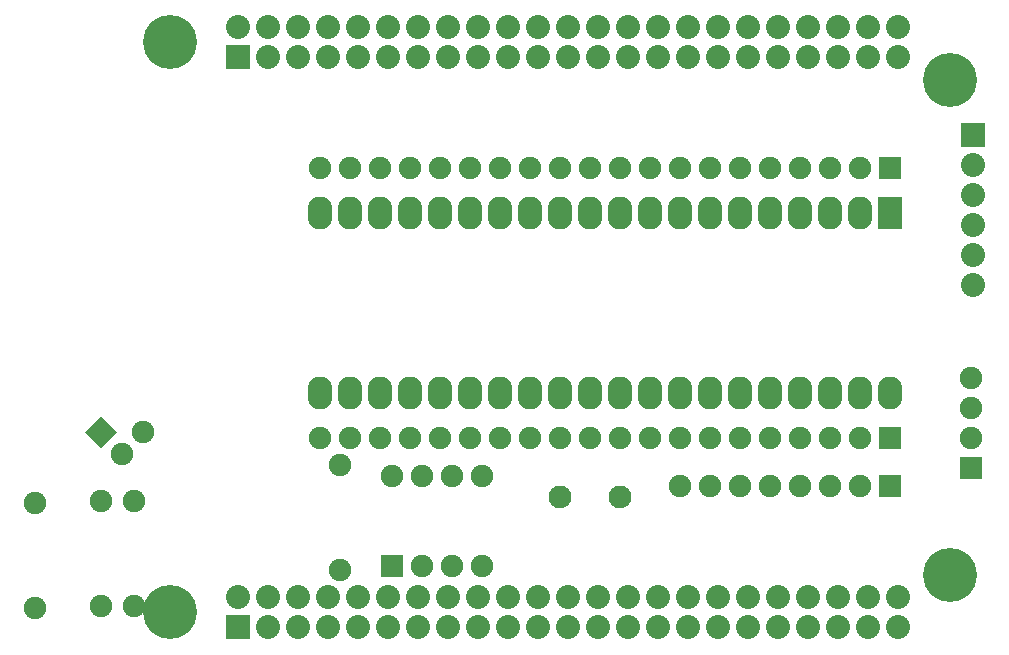
<source format=gbs>
G04 (created by PCBNEW-RS274X (2011-05-25)-stable) date Wed 02 Oct 2013 11:00:19 PM EDT*
G01*
G70*
G90*
%MOIN*%
G04 Gerber Fmt 3.4, Leading zero omitted, Abs format*
%FSLAX34Y34*%
G04 APERTURE LIST*
%ADD10C,0.006000*%
%ADD11R,0.075000X0.075000*%
%ADD12C,0.075000*%
%ADD13C,0.076000*%
%ADD14R,0.082000X0.110000*%
%ADD15O,0.082000X0.110000*%
%ADD16R,0.080000X0.080000*%
%ADD17C,0.080000*%
%ADD18C,0.180000*%
G04 APERTURE END LIST*
G54D10*
G54D11*
X52450Y-35450D03*
G54D12*
X52450Y-34450D03*
X52450Y-33450D03*
X52450Y-32450D03*
G54D13*
X40750Y-36400D03*
X38750Y-36400D03*
G54D14*
X49750Y-26950D03*
G54D15*
X48750Y-26950D03*
X47750Y-26950D03*
X46750Y-26950D03*
X45750Y-26950D03*
X44750Y-26950D03*
X43750Y-26950D03*
X42750Y-26950D03*
X41750Y-26950D03*
X40750Y-26950D03*
X39750Y-26950D03*
X38750Y-26950D03*
X37750Y-26950D03*
X36750Y-26950D03*
X35750Y-26950D03*
X34750Y-26950D03*
X33750Y-26950D03*
X32750Y-26950D03*
X31750Y-26950D03*
X30750Y-26950D03*
X30750Y-32950D03*
X31750Y-32950D03*
X32750Y-32950D03*
X33750Y-32950D03*
X34750Y-32950D03*
X35750Y-32950D03*
X36750Y-32950D03*
X37750Y-32950D03*
X38750Y-32950D03*
X39750Y-32950D03*
X40750Y-32950D03*
X41750Y-32950D03*
X42750Y-32950D03*
X43750Y-32950D03*
X44750Y-32950D03*
X45750Y-32950D03*
X46750Y-32950D03*
X47750Y-32950D03*
X48750Y-32950D03*
X49750Y-32950D03*
G54D12*
X31400Y-35350D03*
X31400Y-38850D03*
G54D16*
X28000Y-21750D03*
G54D17*
X28000Y-20750D03*
X33000Y-21750D03*
X29000Y-20750D03*
X34000Y-21750D03*
X30000Y-20750D03*
X35000Y-21750D03*
X31000Y-20750D03*
X36000Y-21750D03*
X32000Y-20750D03*
X37000Y-21750D03*
X33000Y-20750D03*
X38000Y-21750D03*
X34000Y-20750D03*
X39000Y-21750D03*
X35000Y-20750D03*
X40000Y-21750D03*
X36000Y-20750D03*
X41000Y-21750D03*
X37000Y-20750D03*
X42000Y-21750D03*
X38000Y-20750D03*
X43000Y-21750D03*
X39000Y-20750D03*
X40000Y-20750D03*
X44000Y-21750D03*
X41000Y-20750D03*
X43000Y-20750D03*
X44000Y-20750D03*
X45000Y-20750D03*
X46000Y-20750D03*
X45000Y-21750D03*
X46000Y-21750D03*
X29000Y-21750D03*
X30000Y-21750D03*
X31000Y-21750D03*
X32000Y-21750D03*
X47000Y-21750D03*
X47000Y-20750D03*
X42000Y-20750D03*
X48000Y-21750D03*
X48000Y-20750D03*
X49000Y-21750D03*
X49000Y-20750D03*
X50000Y-21750D03*
X50000Y-20750D03*
G54D16*
X28000Y-40750D03*
G54D17*
X28000Y-39750D03*
X33000Y-40750D03*
X29000Y-39750D03*
X34000Y-40750D03*
X30000Y-39750D03*
X35000Y-40750D03*
X31000Y-39750D03*
X36000Y-40750D03*
X32000Y-39750D03*
X37000Y-40750D03*
X33000Y-39750D03*
X38000Y-40750D03*
X34000Y-39750D03*
X39000Y-40750D03*
X35000Y-39750D03*
X40000Y-40750D03*
X36000Y-39750D03*
X41000Y-40750D03*
X37000Y-39750D03*
X42000Y-40750D03*
X38000Y-39750D03*
X43000Y-40750D03*
X39000Y-39750D03*
X40000Y-39750D03*
X44000Y-40750D03*
X41000Y-39750D03*
X43000Y-39750D03*
X44000Y-39750D03*
X45000Y-39750D03*
X46000Y-39750D03*
X45000Y-40750D03*
X46000Y-40750D03*
X29000Y-40750D03*
X30000Y-40750D03*
X31000Y-40750D03*
X32000Y-40750D03*
X47000Y-40750D03*
X47000Y-39750D03*
X42000Y-39750D03*
X48000Y-40750D03*
X48000Y-39750D03*
X49000Y-40750D03*
X49000Y-39750D03*
X50000Y-40750D03*
X50000Y-39750D03*
G54D11*
X33150Y-38700D03*
G54D12*
X34150Y-38700D03*
X35150Y-38700D03*
X36150Y-38700D03*
X36150Y-35700D03*
X35150Y-35700D03*
X34150Y-35700D03*
X33150Y-35700D03*
G54D11*
X49750Y-36050D03*
G54D12*
X48750Y-36050D03*
X47750Y-36050D03*
X46750Y-36050D03*
X45750Y-36050D03*
X44750Y-36050D03*
X43750Y-36050D03*
X42750Y-36050D03*
X21250Y-36600D03*
X21250Y-40100D03*
G54D10*
G36*
X23973Y-34250D02*
X23443Y-34780D01*
X22913Y-34250D01*
X23443Y-33720D01*
X23973Y-34250D01*
X23973Y-34250D01*
G37*
G54D12*
X24150Y-34957D03*
X24857Y-34250D03*
G54D11*
X49750Y-25450D03*
G54D12*
X48750Y-25450D03*
X47750Y-25450D03*
X46750Y-25450D03*
X45750Y-25450D03*
X44750Y-25450D03*
X43750Y-25450D03*
X42750Y-25450D03*
X41750Y-25450D03*
X40750Y-25450D03*
X39750Y-25450D03*
X38750Y-25450D03*
X37750Y-25450D03*
X36750Y-25450D03*
X35750Y-25450D03*
X34750Y-25450D03*
X33750Y-25450D03*
X32750Y-25450D03*
X31750Y-25450D03*
X30750Y-25450D03*
G54D11*
X49750Y-34450D03*
G54D12*
X48750Y-34450D03*
X47750Y-34450D03*
X46750Y-34450D03*
X45750Y-34450D03*
X44750Y-34450D03*
X43750Y-34450D03*
X42750Y-34450D03*
X41750Y-34450D03*
X40750Y-34450D03*
X39750Y-34450D03*
X38750Y-34450D03*
X37750Y-34450D03*
X36750Y-34450D03*
X35750Y-34450D03*
X34750Y-34450D03*
X33750Y-34450D03*
X32750Y-34450D03*
X31750Y-34450D03*
X30750Y-34450D03*
G54D18*
X25750Y-40250D03*
X51750Y-39000D03*
X51750Y-22500D03*
X25750Y-21250D03*
G54D12*
X23450Y-40050D03*
X23450Y-36550D03*
X24550Y-36550D03*
X24550Y-40050D03*
G54D16*
X52500Y-24350D03*
G54D17*
X52500Y-25350D03*
X52500Y-26350D03*
X52500Y-27350D03*
X52500Y-28350D03*
X52500Y-29350D03*
M02*

</source>
